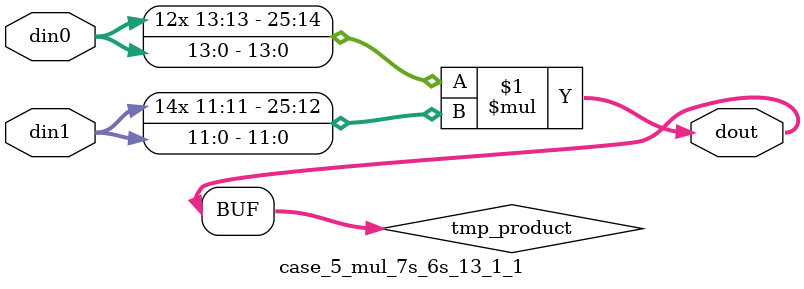
<source format=v>

`timescale 1 ns / 1 ps

 module case_5_mul_7s_6s_13_1_1(din0, din1, dout);
parameter ID = 1;
parameter NUM_STAGE = 0;
parameter din0_WIDTH = 14;
parameter din1_WIDTH = 12;
parameter dout_WIDTH = 26;

input [din0_WIDTH - 1 : 0] din0; 
input [din1_WIDTH - 1 : 0] din1; 
output [dout_WIDTH - 1 : 0] dout;

wire signed [dout_WIDTH - 1 : 0] tmp_product;



























assign tmp_product = $signed(din0) * $signed(din1);








assign dout = tmp_product;





















endmodule

</source>
